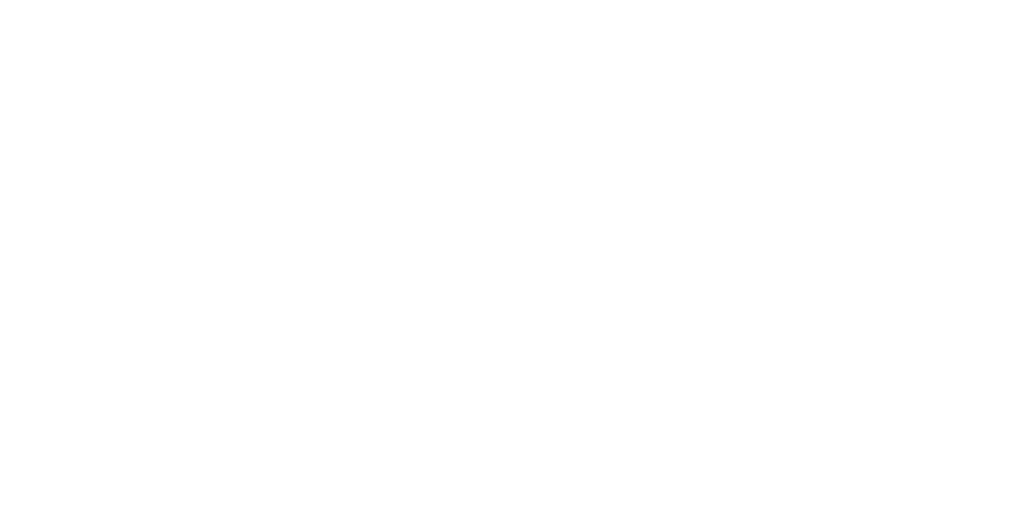
<source format=gbr>
G04 Layer_Physical_Order=1*
G04 Layer_Color=25308*
%FSLAX44Y44*%
%MOMM*%
G71*
G01*
G75*
%ADD10R,15.0000X7.0000*%
%ADD11C,0.3000*%
%ADD12R,1.5000X1.5000*%
%ADD13C,1.5000*%
%ADD14C,1.7000*%
%ADD15C,1.5240*%
%ADD16R,1.5500X1.5500*%
%ADD17C,1.5500*%
%ADD18R,1.8000X1.8000*%
%ADD19C,1.8000*%
%ADD20R,1.2000X2.5000*%
%ADD21O,1.2000X2.5000*%
%ADD22C,1.4000*%
G36*
X912569D01*
D10*
Y433522D01*
D11*
X916678Y437631D01*
G36*
</source>
